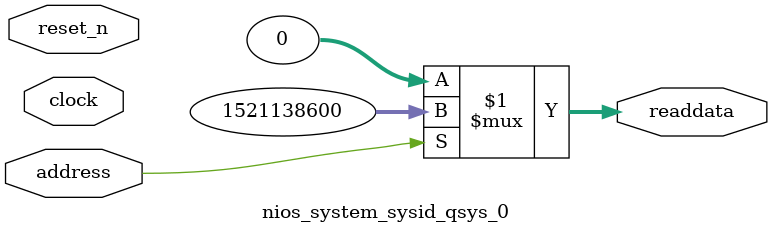
<source format=v>

`timescale 1ns / 1ps
// synthesis translate_on

// turn off superfluous verilog processor warnings 
// altera message_level Level1 
// altera message_off 10034 10035 10036 10037 10230 10240 10030 

module nios_system_sysid_qsys_0 (
               // inputs:
                address,
                clock,
                reset_n,

               // outputs:
                readdata
             )
;

  output  [ 31: 0] readdata;
  input            address;
  input            clock;
  input            reset_n;

  wire    [ 31: 0] readdata;
  //control_slave, which is an e_avalon_slave
  assign readdata = address ? 1521138600 : 0;

endmodule




</source>
